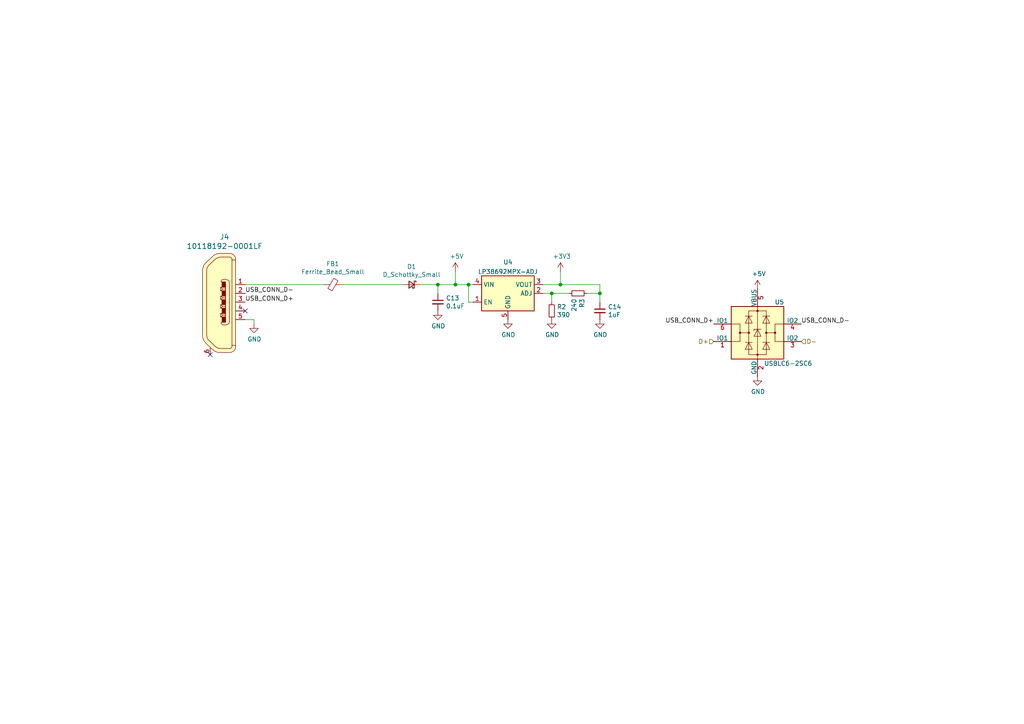
<source format=kicad_sch>
(kicad_sch (version 20211123) (generator eeschema)
  (paper "A4")
  (title_block (title "USB and ESD Connections") (date "2022-03-24") (rev "v2.0.0") (company "When HAMs Fly Senior Design Team") (comment 1 "https://github.com/MSTRocketDesignTeam/Avionics-Telemetry-PCB") (comment 2 "Board Revision 2") (comment 3 "Schematic depicting logical connections between components"))
  (lib_symbols
    (symbol "Device:C_Small" (pin_numbers hide) (pin_names (offset 0.254) hide)
      (property "Reference" "C" (at 0.254 1.778 0))
      (property "Value" "C_Small" (at 0.254 -2.032 0))
      (symbol "C_Small_0_1"
        (polyline (pts (xy -1.524 -0.508) (xy 1.524 -0.508)) (stroke (width 0.3302)))
        (polyline (pts (xy -1.524 0.508) (xy 1.524 0.508)) (stroke (width 0.3048)))
      )
      (symbol "C_Small_1_1"
        (pin passive line (at 0 2.54 270) (length 2.032) (name "~") (number "1"))
        (pin passive line (at 0 -2.54 90) (length 2.032) (name "~") (number "2"))
      )
    )
    (symbol "Device:D_Schottky_Small" (pin_numbers hide) (pin_names (offset 0.254) hide)
      (property "Reference" "D" (at -1.27 2.032 0))
      (property "Value" "D_Schottky_Small" (at -7.112 -2.032 0))
      (symbol "D_Schottky_Small_0_1"
        (polyline (pts (xy -0.762 0) (xy 0.762 0)))
        (polyline (pts (xy 0.762 -1.016) (xy -0.762 0) (xy 0.762 1.016) (xy 0.762 -1.016)) (stroke (width 0.254)))
        (polyline (pts (xy -1.27 0.762) (xy -1.27 1.016) (xy -0.762 1.016) (xy -0.762 -1.016) (xy -0.254 -1.016) (xy -0.254 -0.762)) (stroke (width 0.254)))
      )
      (symbol "D_Schottky_Small_1_1"
        (pin passive line (at -2.54 0 0) (length 1.778) (name "K") (number "1"))
        (pin passive line (at 2.54 0 180) (length 1.778) (name "A") (number "2"))
      )
    )
    (symbol "Device:Ferrite_Bead_Small" (pin_numbers hide) (pin_names (offset 0))
      (property "Reference" "FB" (at 1.905 1.27 0))
      (property "Value" "Device_Ferrite_Bead_Small" (at 1.905 -1.27 0))
      (symbol "Ferrite_Bead_Small_0_1"
        (polyline (pts (xy 0 -1.27) (xy 0 -0.7874)))
        (polyline (pts (xy 0 0.889) (xy 0 1.2954)))
        (polyline (pts (xy -1.8288 0.2794) (xy -1.1176 1.4986) (xy 1.8288 -0.2032) (xy 1.1176 -1.4224) (xy -1.8288 0.2794)))
      )
      (symbol "Ferrite_Bead_Small_1_1"
        (pin passive line (at 0 2.54 270) (length 1.27) (name "~") (number "1"))
        (pin passive line (at 0 -2.54 90) (length 1.27) (name "~") (number "2"))
      )
    )
    (symbol "Device:R_Small" (pin_numbers hide) (pin_names (offset 0.254) hide)
      (property "Reference" "R" (at 0.762 0.508 0))
      (property "Value" "R_Small" (at 0.762 -1.016 0))
      (symbol "R_Small_0_1"
        (rectangle (start -0.762 1.778) (end 0.762 -1.778) (stroke (width 0.2032)))
      )
      (symbol "R_Small_1_1"
        (pin passive line (at 0 2.54 270) (length 0.762) (name "~") (number "1"))
        (pin passive line (at 0 -2.54 90) (length 0.762) (name "~") (number "2"))
      )
    )
    (symbol "RDT_Custom_Symbols:USBLC6-2SC6-Power_Protection" (pin_names (offset 0))
      (property "Reference" "U" (at 5.08 8.89 0))
      (property "Value" "USBLC6-2SC6-Power_Protection" (at 10.16 -10.16 0))
      (symbol "USBLC6-2SC6-Power_Protection_0_1"
        (rectangle (start -7.62 -7.62) (end 7.62 7.62) (stroke (width 0.254)) (fill (type background)))
        (circle (center -5.08 0) (radius 0.254) (fill (type outline)))
        (circle (center -2.54 0) (radius 0.254) (fill (type outline)))
        (rectangle (start -2.54 6.35) (end 2.54 -6.35))
        (circle (center 0 -6.35) (radius 0.254) (fill (type outline)))
        (polyline (pts (xy -5.08 -2.54) (xy -7.62 -2.54)))
        (polyline (pts (xy -5.08 0) (xy -5.08 -2.54)))
        (polyline (pts (xy -5.08 2.54) (xy -7.62 2.54)))
        (polyline (pts (xy -1.524 -2.794) (xy -3.556 -2.794)))
        (polyline (pts (xy -1.524 4.826) (xy -3.556 4.826)))
        (polyline (pts (xy 0 -7.62) (xy 0 -6.35)))
        (polyline (pts (xy 0 -6.35) (xy 0 1.27)))
        (polyline (pts (xy 0 1.27) (xy 0 6.35)))
        (polyline (pts (xy 0 6.35) (xy 0 7.62)))
        (polyline (pts (xy 1.524 -2.794) (xy 3.556 -2.794)))
        (polyline (pts (xy 1.524 4.826) (xy 3.556 4.826)))
        (polyline (pts (xy 5.08 -2.54) (xy 7.62 -2.54)))
        (polyline (pts (xy 5.08 0) (xy 5.08 -2.54)))
        (polyline (pts (xy 5.08 2.54) (xy 7.62 2.54)))
        (polyline (pts (xy -2.54 0) (xy -5.08 0) (xy -5.08 2.54)))
        (polyline (pts (xy 2.54 0) (xy 5.08 0) (xy 5.08 2.54)))
        (polyline (pts (xy -3.556 -4.826) (xy -1.524 -4.826) (xy -2.54 -2.794) (xy -3.556 -4.826)))
        (polyline (pts (xy -3.556 2.794) (xy -1.524 2.794) (xy -2.54 4.826) (xy -3.556 2.794)))
        (polyline (pts (xy -1.016 -1.016) (xy 1.016 -1.016) (xy 0 1.016) (xy -1.016 -1.016)))
        (polyline (pts (xy 1.016 1.016) (xy 0.762 1.016) (xy -1.016 1.016) (xy -1.016 0.508)))
        (polyline (pts (xy 3.556 -4.826) (xy 1.524 -4.826) (xy 2.54 -2.794) (xy 3.556 -4.826)))
        (polyline (pts (xy 3.556 2.794) (xy 1.524 2.794) (xy 2.54 4.826) (xy 3.556 2.794)))
        (circle (center 0 6.35) (radius 0.254) (fill (type outline)))
        (circle (center 2.54 0) (radius 0.254) (fill (type outline)))
        (circle (center 5.08 0) (radius 0.254) (fill (type outline)))
      )
      (symbol "USBLC6-2SC6-Power_Protection_1_1"
        (pin passive line (at -12.7 -2.54 0) (length 5.08) (name "IO1") (number "1"))
        (pin passive line (at 0 -12.7 90) (length 5.08) (name "GND") (number "2"))
        (pin passive line (at 12.7 -2.54 180) (length 5.08) (name "IO2") (number "3"))
        (pin passive line (at 12.7 2.54 180) (length 5.08) (name "IO2") (number "4"))
        (pin passive line (at 0 12.7 270) (length 5.08) (name "VBUS") (number "5"))
        (pin passive line (at -12.7 2.54 0) (length 5.08) (name "IO1") (number "6"))
      )
    )
    (symbol "Regulator_Linear:ADP7182AUJZ"
      (property "Reference" "U4" (at 0 -9.0465 0))
      (property "Value" "LP38692MPX-ADJ" (at 0 -6.2714 0))
      (symbol "ADP7182AUJZ_0_1"
        (rectangle (start -7.62 5.08) (end 7.62 -5.08) (stroke (width 0.254)) (fill (type background)))
      )
      (symbol "ADP7182AUJZ_1_1"
        (pin input line (at -10.16 2.54 0) (length 2.54) (name "EN") (number "1"))
        (pin input line (at 10.16 0 180) (length 2.54) (name "ADJ") (number "2"))
        (pin power_out line (at 10.16 -2.54 180) (length 2.54) (name "VOUT") (number "3"))
        (pin power_in line (at -10.16 -2.54 0) (length 2.54) (name "VIN") (number "4"))
        (pin power_in line (at 0 7.62 270) (length 2.54) (name "GND") (number "5"))
      )
    )
    (symbol "dk_USB-DVI-HDMI-Connectors:10118192-0001LF" (pin_names (offset 1.016))
      (property "Reference" "J4" (at 1.6256 18.923 0))
      (property "Value" "10118192-0001LF" (at 1.6256 16.2306 0))
      (symbol "10118192-0001LF_0_1"
        (polyline (pts (xy 3.7846 12.2428) (xy 3.7846 -12.5476)))
        (polyline (pts (xy 0.4826 -4.2926) (xy 0.4826 -3.2766) (xy 1.8796 -3.2766) (xy 1.8796 -4.2926) (xy 0.4826 -4.2926) (xy 1.1176 -3.7846) (xy 0.4826 -3.2766) (xy 1.8796 -3.2766) (xy 1.8796 -3.7846) (xy 1.1176 -3.7846)))
        (polyline (pts (xy 0.4826 -1.7526) (xy 0.4826 -0.7366) (xy 1.8796 -0.7366) (xy 1.8796 -1.7526) (xy 0.4826 -1.7526) (xy 1.1176 -1.2446) (xy 0.4826 -0.7366) (xy 1.8796 -0.7366) (xy 1.8796 -1.2446) (xy 1.1176 -1.2446)))
        (polyline (pts (xy 0.4826 1.7526) (xy 0.4826 0.7366) (xy 1.8796 0.7366) (xy 1.8796 1.7526) (xy 0.4826 1.7526) (xy 1.1176 1.2446) (xy 0.4826 0.7366) (xy 1.8796 0.7366) (xy 1.8796 1.2446) (xy 1.1176 1.2446)))
        (polyline (pts (xy 0.4826 4.2926) (xy 0.4826 3.2766) (xy 1.8796 3.2766) (xy 1.8796 4.2926) (xy 0.4826 4.2926) (xy 1.1176 3.7846) (xy 0.4826 3.2766) (xy 1.8796 3.2766) (xy 1.8796 3.7846) (xy 1.1176 3.7846)))
        (polyline (pts (xy 1.905 -0.0254) (xy 1.905 5.842) (xy 0.635 5.842) (xy 0.635 6.1468) (xy 0.8128 6.4262) (xy 1.1938 6.5786) (xy 1.651 6.6294) (xy 2.2606 6.5532) (xy 2.7178 6.3246) (xy 2.9464 6.0706) (xy 3.0226 5.6388) (xy 3.0226 4.8006) (xy 3.0226 -0.127)))
        (polyline (pts (xy 1.905 0.0254) (xy 1.905 -5.842) (xy 0.635 -5.842) (xy 0.635 -6.1468) (xy 0.8128 -6.4262) (xy 1.1938 -6.5786) (xy 1.651 -6.6294) (xy 2.2606 -6.5532) (xy 2.7178 -6.3246) (xy 2.9464 -6.0706) (xy 3.0226 -5.6388) (xy 3.0226 -4.8006) (xy 3.0226 0.127)))
        (polyline (pts (xy 4.8514 -12.5476) (xy 3.8354 -12.5476) (xy 3.7846 -12.5476) (xy 3.7846 -12.9032) (xy 3.6068 -13.2334) (xy 3.429 -13.3604) (xy 3.2258 -13.4366) (xy 0.4572 -13.4366) (xy 0.0508 -13.4112) (xy -0.3302 -13.3096) (xy -0.6604 -13.1318) (xy -0.9906 -12.9032) (xy -3.1496 -10.8458) (xy -3.4036 -10.3886) (xy -3.5306 -9.779) (xy -3.556 -8.636) (xy -3.556 9.2202) (xy -3.5306 9.4234) (xy -3.4544 9.8298) (xy -3.302 10.1854) (xy -3.0226 10.6172) (xy -1.7526 11.8364) (xy -0.8636 12.5984) (xy -0.3302 12.8778) (xy 0.0762 13.0048) (xy 0.6096 13.081) (xy 3.0734 13.081) (xy 3.3274 13.0048) (xy 3.5814 12.8524) (xy 3.7846 12.5222) (xy 3.7846 12.2174) (xy 4.8514 12.2174)))
        (polyline (pts (xy 4.8514 -11.4808) (xy 4.8514 -12.8016) (xy 4.7752 -13.4366) (xy 4.572 -13.8684) (xy 4.0386 -14.3256) (xy 3.5814 -14.5288) (xy 3.0988 -14.605) (xy -0.2794 -14.5542) (xy -0.7112 -14.4526) (xy -1.2446 -14.1986) (xy -2.2098 -13.4366) (xy -3.556 -12.1412) (xy -4.0132 -11.6586) (xy -4.3688 -11.1506) (xy -4.6228 -10.5918) (xy -4.7498 -9.7536) (xy -4.7498 9.3726) (xy -4.5974 10.0838) (xy -4.4704 10.4648) (xy -4.2164 10.9728) (xy -3.6068 11.6078) (xy -1.4478 13.589) (xy -0.9652 13.8684) (xy -0.5588 14.0208) (xy 0.0762 14.1224) (xy 0.5588 14.1732) (xy 3.2766 14.1732) (xy 3.7592 14.0208) (xy 4.2164 13.7414) (xy 4.445 13.5128) (xy 4.699 13.1572) (xy 4.826 12.8524) (xy 4.8514 12.446) (xy 4.8514 -11.5062)) (fill (type background)))
        (rectangle (start 0.889 -4.318) (end 1.905 -5.842) (fill (type outline)))
        (rectangle (start 0.889 -3.302) (end 1.905 -1.778) (fill (type outline)))
        (rectangle (start 0.889 -0.635) (end 1.905 0.381) (fill (type outline)))
        (rectangle (start 0.889 0.635) (end 1.905 -0.381) (fill (type outline)))
        (rectangle (start 0.889 3.302) (end 1.905 1.778) (fill (type outline)))
        (rectangle (start 0.889 4.318) (end 1.905 5.842) (fill (type outline)))
      )
      (symbol "10118192-0001LF_1_1"
        (pin passive line (at 7.62 5.08 180) (length 2.794) (name "~") (number "1"))
        (pin passive line (at 7.62 2.54 180) (length 2.794) (name "~") (number "2"))
        (pin passive line (at 7.62 0 180) (length 2.794) (name "~") (number "3"))
        (pin passive line (at 7.62 -2.54 180) (length 2.794) (name "~") (number "4"))
        (pin passive line (at 7.62 -5.08 180) (length 2.794) (name "~") (number "5"))
        (pin passive line (at -2.54 -15.24 90) (length 2.032) (name "~") (number "6"))
      )
    )
    (symbol "power:+3.3V" (power) (pin_names (offset 0))
      (property "Value" "+3.3V" (at 0 3.556 0))
      (symbol "+3.3V_0_1"
        (polyline (pts (xy -0.762 1.27) (xy 0 2.54)))
        (polyline (pts (xy 0 0) (xy 0 2.54)))
        (polyline (pts (xy 0 2.54) (xy 0.762 1.27)))
      )
      (symbol "+3.3V_1_1"
        (pin power_in line (at 0 0 90) (length 0) hide (name "+3V3") (number "1"))
      )
    )
    (symbol "power:+5V" (power) (pin_names (offset 0))
      (property "Value" "+5V" (at 0 3.556 0))
      (symbol "+5V_0_1"
        (polyline (pts (xy -0.762 1.27) (xy 0 2.54)))
        (polyline (pts (xy 0 0) (xy 0 2.54)))
        (polyline (pts (xy 0 2.54) (xy 0.762 1.27)))
      )
      (symbol "+5V_1_1"
        (pin power_in line (at 0 0 90) (length 0) hide (name "+5V") (number "1"))
      )
    )
    (symbol "power:GND" (power) (pin_names (offset 0))
      (property "Value" "GND" (at 0 -3.81 0))
      (symbol "GND_0_1"
        (polyline (pts (xy 0 0) (xy 0 -1.27) (xy 1.27 -1.27) (xy 0 -2.54) (xy -1.27 -1.27) (xy 0 -1.27)))
      )
      (symbol "GND_1_1"
        (pin power_in line (at 0 0 270) (length 0) hide (name "GND") (number "1"))
      )
    )
  )
  (junction (at 173.99 85.09))
  (junction (at 162.56 82.55))
  (junction (at 132.08 82.55))
  (junction (at 160.02 85.09))
  (junction (at 135.89 82.55))
  (junction (at 127 82.55))
  (no_connect (at 71.12 90.17))
  (no_connect (at 60.96 102.87))
  (wire (pts (xy 73.66 93.98) (xy 73.66 92.71)))
  (wire (pts (xy 157.48 82.55) (xy 162.56 82.55)))
  (wire (pts (xy 157.48 85.09) (xy 160.02 85.09)))
  (wire (pts (xy 73.66 92.71) (xy 71.12 92.71)))
  (wire (pts (xy 127 85.09) (xy 127 82.55)))
  (wire (pts (xy 160.02 85.09) (xy 165.1 85.09)))
  (wire (pts (xy 71.12 82.55) (xy 93.98 82.55)))
  (wire (pts (xy 137.16 87.63) (xy 135.89 87.63)))
  (wire (pts (xy 99.06 82.55) (xy 116.84 82.55)))
  (wire (pts (xy 173.99 82.55) (xy 173.99 85.09)))
  (wire (pts (xy 173.99 85.09) (xy 170.18 85.09)))
  (wire (pts (xy 162.56 82.55) (xy 173.99 82.55)))
  (wire (pts (xy 135.89 82.55) (xy 137.16 82.55)))
  (wire (pts (xy 160.02 85.09) (xy 160.02 87.63)))
  (wire (pts (xy 162.56 82.55) (xy 162.56 78.74)))
  (wire (pts (xy 132.08 78.74) (xy 132.08 82.55)))
  (wire (pts (xy 135.89 82.55) (xy 135.89 87.63)))
  (wire (pts (xy 173.99 87.63) (xy 173.99 85.09)))
  (wire (pts (xy 121.92 82.55) (xy 127 82.55)))
  (wire (pts (xy 127 82.55) (xy 132.08 82.55)))
  (wire (pts (xy 132.08 82.55) (xy 135.89 82.55)))
  (label "USB_CONN_D-" (at 232.41 93.98 0))
  (label "USB_CONN_D+" (at 207.01 93.98 180))
  (label "USB_CONN_D+" (at 71.12 87.63 0))
  (label "USB_CONN_D-" (at 71.12 85.09 0))
  (hierarchical_label "D+" (shape input) (at 207.01 99.06 180))
  (hierarchical_label "D-" (shape input) (at 232.41 99.06 0))
  (symbol (lib_id "dk_USB-DVI-HDMI-Connectors:10118192-0001LF") (at 63.5 87.63 0) (unit 1)
    (property "Reference" "J4" (at 65.1256 68.707 0) (effects (font (size 1.524 1.524))))
    (property "Value" "10118192-0001LF" (at 65.1256 71.3994 0) (effects (font (size 1.524 1.524))))
    (property "Footprint" "Connector_USB:USB_Micro-B_Molex-105017-0001" (effects hide))
    (property "Datasheet" "http://www.amphenol-icc.com/media/wysiwyg/files/drawing/10118192.pdf" (effects hide))
    (property "Digi-Key_PN" "609-4613-1-ND" (effects hide))
    (property "MPN" "10118192-0001LF" (effects hide))
    (property "Category" "Connectors, Interconnects" (effects hide))
    (property "Family" "USB, DVI, HDMI Connectors" (effects hide))
    (property "DK_Datasheet_Link" "http://www.amphenol-icc.com/media/wysiwyg/files/drawing/10118192.pdf" (effects hide))
    (property "DK_Detail_Page" "/product-detail/en/amphenol-icc-fci/10118192-0001LF/609-4613-1-ND/2785378" (effects hide))
    (property "Description" "CONN RCPT USB2.0 MICRO B SMD R/A" (effects hide))
    (property "Manufacturer" "Amphenol ICC (FCI)" (effects hide))
    (property "Status" "Active" (effects hide))
    (property "LCSC" "C132564" (effects hide))
  )
  (symbol (lib_id "Device:R_Small") (at 160.02 90.17 0) (unit 1)
    (property "Reference" "R2" (at 161.5186 89.0016 0) (effects (justify left)))
    (property "Value" "390" (at 161.5186 91.313 0) (effects (justify left)))
    (property "Footprint" "Resistor_SMD:R_0603_1608Metric_Pad0.98x0.95mm_HandSolder" (effects hide))
    (property "LCSC" " C23151" (effects hide))
  )
  (symbol (lib_id "Device:R_Small") (at 167.64 85.09 270) (unit 1)
    (property "Reference" "R3" (at 168.8084 86.5886 0) (effects (justify left)))
    (property "Value" "240" (at 166.497 86.5886 0) (effects (justify left)))
    (property "Footprint" "Resistor_SMD:R_0603_1608Metric_Pad0.98x0.95mm_HandSolder" (effects hide))
    (property "LCSC" " C23350" (effects hide))
  )
  (symbol (lib_id "Device:C_Small") (at 173.99 90.17 0) (unit 1)
    (property "Reference" "C14" (at 176.3268 89.0016 0) (effects (justify left)))
    (property "Value" "1uF" (at 176.3268 91.313 0) (effects (justify left)))
    (property "Footprint" "Capacitor_SMD:C_0603_1608Metric_Pad1.08x0.95mm_HandSolder" (effects hide))
    (property "LCSC" "C15849 " (effects hide))
  )
  (symbol (lib_id "Device:C_Small") (at 127 87.63 0) (unit 1)
    (property "Reference" "C13" (at 129.3368 86.4616 0) (effects (justify left)))
    (property "Value" "0.1uF" (at 129.3368 88.773 0) (effects (justify left)))
    (property "Footprint" "Capacitor_SMD:C_0603_1608Metric_Pad1.08x0.95mm_HandSolder" (effects hide))
    (property "LCSC" "C14663" (effects hide))
  )
  (symbol (lib_id "Device:Ferrite_Bead_Small") (at 96.52 82.55 270) (unit 1)
    (property "Reference" "FB1" (at 96.52 76.5302 90))
    (property "Value" "Ferrite_Bead_Small" (at 96.52 78.8416 90))
    (property "Footprint" "Capacitor_SMD:C_0603_1608Metric_Pad1.08x0.95mm_HandSolder" (effects hide))
    (property "LCSC" "C76892 " (effects hide))
  )
  (symbol (lib_id "Device:D_Schottky_Small") (at 119.38 82.55 0) (mirror y) (unit 1)
    (property "Reference" "D1" (at 119.38 77.343 0))
    (property "Value" "D_Schottky_Small" (at 119.38 79.6544 0))
    (property "Footprint" "Diode_SMD:D_0805_2012Metric_Pad1.15x1.40mm_HandSolder" (effects hide))
    (property "LCSC" "C22624" (effects hide))
  )
  (symbol (lib_id "power:GND") (at 173.99 92.71 0) (unit 1)
    (property "Reference" "#PWR025" (effects hide))
    (property "Value" "GND" (at 174.117 97.1042 0))
  )
  (symbol (lib_id "power:+3.3V") (at 162.56 78.74 0) (unit 1)
    (property "Reference" "#PWR024" (effects hide))
    (property "Value" "+3.3V" (at 162.941 74.3458 0))
  )
  (symbol (lib_id "power:GND") (at 73.66 93.98 0) (unit 1)
    (property "Reference" "#PWR020" (effects hide))
    (property "Value" "GND" (at 73.787 98.3742 0))
  )
  (symbol (lib_id "power:+5V") (at 132.08 78.74 0) (unit 1)
    (property "Reference" "#PWR021" (effects hide))
    (property "Value" "+5V" (at 132.461 74.3458 0))
  )
  (symbol (lib_id "RDT_Custom_Symbols:USBLC6-2SC6-Power_Protection") (at 219.71 96.52 0) (unit 1)
    (property "Reference" "U5" (at 226.06 87.63 0))
    (property "Value" "USBLC6-2SC6" (at 228.6 105.41 0))
    (property "Footprint" "Package_TO_SOT_SMD:SOT-23-6" (effects hide))
    (property "Datasheet" "http://www2.st.com/resource/en/datasheet/CD00050750.pdf" (effects hide))
    (property "LCSC" "C7519" (effects hide))
  )
  (symbol (lib_id "power:+5V") (at 219.71 83.82 0) (unit 1)
    (property "Reference" "#PWR026" (effects hide))
    (property "Value" "+5V" (at 220.091 79.4258 0))
  )
  (symbol (lib_id "power:GND") (at 219.71 109.22 0) (unit 1)
    (property "Reference" "#PWR027" (effects hide))
    (property "Value" "GND" (at 219.837 113.6142 0))
  )
  (symbol (lib_id "power:GND") (at 127 90.17 0) (unit 1)
    (property "Reference" "#PWR0107" (effects hide))
    (property "Value" "GND" (at 127.127 94.5642 0))
  )
  (symbol (lib_id "power:GND") (at 147.32 92.71 0) (unit 1)
    (property "Reference" "#PWR0106" (effects hide))
    (property "Value" "GND" (at 147.447 97.1042 0))
  )
  (symbol (lib_id "power:GND") (at 160.02 92.71 0) (unit 1)
    (property "Reference" "#PWR0108" (effects hide))
    (property "Value" "GND" (at 160.147 97.1042 0))
  )
  (symbol (lib_id "Regulator_Linear:ADP7182AUJZ") (at 147.32 85.09 0) (mirror x) (unit 1)
    (property "Reference" "U4" (at 147.32 76.0435 0))
    (property "Value" "LP38692MPX-ADJ" (at 147.32 78.8186 0))
    (property "Footprint" "Package_TO_SOT_SMD:SOT-223-5" (effects hide))
    (property "Datasheet" "https://media.digikey.com/pdf/Data%20Sheets/Texas%20Instruments%20PDFs/LP38690,92-ADJ.pdf" (effects hide))
    (property "LCSC" "C527485" (effects hide))
  )
)
</source>
